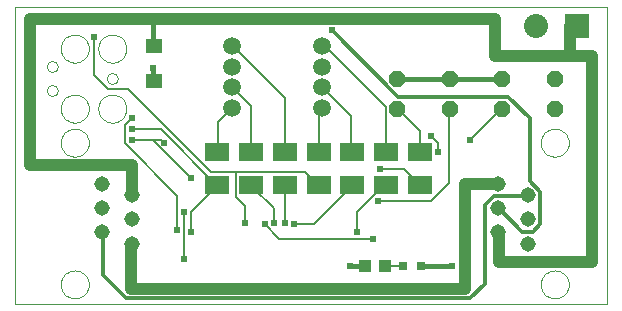
<source format=gtl>
G75*
G70*
%OFA0B0*%
%FSLAX24Y24*%
%IPPOS*%
%LPD*%
%AMOC8*
5,1,8,0,0,1.08239X$1,22.5*
%
%ADD10C,0.0000*%
%ADD11OC8,0.0520*%
%ADD12R,0.0800X0.0800*%
%ADD13C,0.0800*%
%ADD14C,0.0515*%
%ADD15C,0.0594*%
%ADD16R,0.0787X0.0630*%
%ADD17R,0.0433X0.0394*%
%ADD18R,0.0315X0.0315*%
%ADD19R,0.0551X0.0472*%
%ADD20C,0.0180*%
%ADD21C,0.0240*%
%ADD22C,0.0080*%
%ADD23C,0.0120*%
%ADD24C,0.0400*%
%ADD25C,0.0100*%
D10*
X000483Y000350D02*
X000483Y010221D01*
X020228Y010221D01*
X020228Y000350D01*
X000483Y000350D01*
X002018Y000988D02*
X002020Y001031D01*
X002026Y001073D01*
X002036Y001115D01*
X002049Y001156D01*
X002067Y001195D01*
X002088Y001233D01*
X002112Y001268D01*
X002139Y001301D01*
X002170Y001332D01*
X002203Y001359D01*
X002238Y001383D01*
X002276Y001404D01*
X002315Y001422D01*
X002356Y001435D01*
X002398Y001445D01*
X002440Y001451D01*
X002483Y001453D01*
X002526Y001451D01*
X002568Y001445D01*
X002610Y001435D01*
X002651Y001422D01*
X002690Y001404D01*
X002728Y001383D01*
X002763Y001359D01*
X002796Y001332D01*
X002827Y001301D01*
X002854Y001268D01*
X002878Y001233D01*
X002899Y001195D01*
X002917Y001156D01*
X002930Y001115D01*
X002940Y001073D01*
X002946Y001031D01*
X002948Y000988D01*
X002946Y000945D01*
X002940Y000903D01*
X002930Y000861D01*
X002917Y000820D01*
X002899Y000781D01*
X002878Y000743D01*
X002854Y000708D01*
X002827Y000675D01*
X002796Y000644D01*
X002763Y000617D01*
X002728Y000593D01*
X002690Y000572D01*
X002651Y000554D01*
X002610Y000541D01*
X002568Y000531D01*
X002526Y000525D01*
X002483Y000523D01*
X002440Y000525D01*
X002398Y000531D01*
X002356Y000541D01*
X002315Y000554D01*
X002276Y000572D01*
X002238Y000593D01*
X002203Y000617D01*
X002170Y000644D01*
X002139Y000675D01*
X002112Y000708D01*
X002088Y000743D01*
X002067Y000781D01*
X002049Y000820D01*
X002036Y000861D01*
X002026Y000903D01*
X002020Y000945D01*
X002018Y000988D01*
X002018Y005712D02*
X002020Y005755D01*
X002026Y005797D01*
X002036Y005839D01*
X002049Y005880D01*
X002067Y005919D01*
X002088Y005957D01*
X002112Y005992D01*
X002139Y006025D01*
X002170Y006056D01*
X002203Y006083D01*
X002238Y006107D01*
X002276Y006128D01*
X002315Y006146D01*
X002356Y006159D01*
X002398Y006169D01*
X002440Y006175D01*
X002483Y006177D01*
X002526Y006175D01*
X002568Y006169D01*
X002610Y006159D01*
X002651Y006146D01*
X002690Y006128D01*
X002728Y006107D01*
X002763Y006083D01*
X002796Y006056D01*
X002827Y006025D01*
X002854Y005992D01*
X002878Y005957D01*
X002899Y005919D01*
X002917Y005880D01*
X002930Y005839D01*
X002940Y005797D01*
X002946Y005755D01*
X002948Y005712D01*
X002946Y005669D01*
X002940Y005627D01*
X002930Y005585D01*
X002917Y005544D01*
X002899Y005505D01*
X002878Y005467D01*
X002854Y005432D01*
X002827Y005399D01*
X002796Y005368D01*
X002763Y005341D01*
X002728Y005317D01*
X002690Y005296D01*
X002651Y005278D01*
X002610Y005265D01*
X002568Y005255D01*
X002526Y005249D01*
X002483Y005247D01*
X002440Y005249D01*
X002398Y005255D01*
X002356Y005265D01*
X002315Y005278D01*
X002276Y005296D01*
X002238Y005317D01*
X002203Y005341D01*
X002170Y005368D01*
X002139Y005399D01*
X002112Y005432D01*
X002088Y005467D01*
X002067Y005505D01*
X002049Y005544D01*
X002036Y005585D01*
X002026Y005627D01*
X002020Y005669D01*
X002018Y005712D01*
X002016Y006850D02*
X002018Y006893D01*
X002024Y006936D01*
X002034Y006978D01*
X002048Y007019D01*
X002065Y007058D01*
X002086Y007096D01*
X002110Y007131D01*
X002138Y007165D01*
X002168Y007195D01*
X002202Y007223D01*
X002237Y007247D01*
X002275Y007268D01*
X002314Y007285D01*
X002355Y007299D01*
X002397Y007309D01*
X002440Y007315D01*
X002483Y007317D01*
X002526Y007315D01*
X002569Y007309D01*
X002611Y007299D01*
X002652Y007285D01*
X002691Y007268D01*
X002729Y007247D01*
X002764Y007223D01*
X002798Y007195D01*
X002828Y007165D01*
X002856Y007131D01*
X002880Y007096D01*
X002901Y007058D01*
X002918Y007019D01*
X002932Y006978D01*
X002942Y006936D01*
X002948Y006893D01*
X002950Y006850D01*
X002948Y006807D01*
X002942Y006764D01*
X002932Y006722D01*
X002918Y006681D01*
X002901Y006642D01*
X002880Y006604D01*
X002856Y006569D01*
X002828Y006535D01*
X002798Y006505D01*
X002764Y006477D01*
X002729Y006453D01*
X002691Y006432D01*
X002652Y006415D01*
X002611Y006401D01*
X002569Y006391D01*
X002526Y006385D01*
X002483Y006383D01*
X002440Y006385D01*
X002397Y006391D01*
X002355Y006401D01*
X002314Y006415D01*
X002275Y006432D01*
X002237Y006453D01*
X002202Y006477D01*
X002168Y006505D01*
X002138Y006535D01*
X002110Y006569D01*
X002086Y006604D01*
X002065Y006642D01*
X002048Y006681D01*
X002034Y006722D01*
X002024Y006764D01*
X002018Y006807D01*
X002016Y006850D01*
X001558Y007450D02*
X001560Y007476D01*
X001566Y007502D01*
X001575Y007526D01*
X001588Y007549D01*
X001605Y007569D01*
X001624Y007587D01*
X001646Y007602D01*
X001669Y007613D01*
X001694Y007621D01*
X001720Y007625D01*
X001746Y007625D01*
X001772Y007621D01*
X001797Y007613D01*
X001821Y007602D01*
X001842Y007587D01*
X001861Y007569D01*
X001878Y007549D01*
X001891Y007526D01*
X001900Y007502D01*
X001906Y007476D01*
X001908Y007450D01*
X001906Y007424D01*
X001900Y007398D01*
X001891Y007374D01*
X001878Y007351D01*
X001861Y007331D01*
X001842Y007313D01*
X001820Y007298D01*
X001797Y007287D01*
X001772Y007279D01*
X001746Y007275D01*
X001720Y007275D01*
X001694Y007279D01*
X001669Y007287D01*
X001645Y007298D01*
X001624Y007313D01*
X001605Y007331D01*
X001588Y007351D01*
X001575Y007374D01*
X001566Y007398D01*
X001560Y007424D01*
X001558Y007450D01*
X001558Y008250D02*
X001560Y008276D01*
X001566Y008302D01*
X001575Y008326D01*
X001588Y008349D01*
X001605Y008369D01*
X001624Y008387D01*
X001646Y008402D01*
X001669Y008413D01*
X001694Y008421D01*
X001720Y008425D01*
X001746Y008425D01*
X001772Y008421D01*
X001797Y008413D01*
X001821Y008402D01*
X001842Y008387D01*
X001861Y008369D01*
X001878Y008349D01*
X001891Y008326D01*
X001900Y008302D01*
X001906Y008276D01*
X001908Y008250D01*
X001906Y008224D01*
X001900Y008198D01*
X001891Y008174D01*
X001878Y008151D01*
X001861Y008131D01*
X001842Y008113D01*
X001820Y008098D01*
X001797Y008087D01*
X001772Y008079D01*
X001746Y008075D01*
X001720Y008075D01*
X001694Y008079D01*
X001669Y008087D01*
X001645Y008098D01*
X001624Y008113D01*
X001605Y008131D01*
X001588Y008151D01*
X001575Y008174D01*
X001566Y008198D01*
X001560Y008224D01*
X001558Y008250D01*
X002016Y008850D02*
X002018Y008893D01*
X002024Y008936D01*
X002034Y008978D01*
X002048Y009019D01*
X002065Y009058D01*
X002086Y009096D01*
X002110Y009131D01*
X002138Y009165D01*
X002168Y009195D01*
X002202Y009223D01*
X002237Y009247D01*
X002275Y009268D01*
X002314Y009285D01*
X002355Y009299D01*
X002397Y009309D01*
X002440Y009315D01*
X002483Y009317D01*
X002526Y009315D01*
X002569Y009309D01*
X002611Y009299D01*
X002652Y009285D01*
X002691Y009268D01*
X002729Y009247D01*
X002764Y009223D01*
X002798Y009195D01*
X002828Y009165D01*
X002856Y009131D01*
X002880Y009096D01*
X002901Y009058D01*
X002918Y009019D01*
X002932Y008978D01*
X002942Y008936D01*
X002948Y008893D01*
X002950Y008850D01*
X002948Y008807D01*
X002942Y008764D01*
X002932Y008722D01*
X002918Y008681D01*
X002901Y008642D01*
X002880Y008604D01*
X002856Y008569D01*
X002828Y008535D01*
X002798Y008505D01*
X002764Y008477D01*
X002729Y008453D01*
X002691Y008432D01*
X002652Y008415D01*
X002611Y008401D01*
X002569Y008391D01*
X002526Y008385D01*
X002483Y008383D01*
X002440Y008385D01*
X002397Y008391D01*
X002355Y008401D01*
X002314Y008415D01*
X002275Y008432D01*
X002237Y008453D01*
X002202Y008477D01*
X002168Y008505D01*
X002138Y008535D01*
X002110Y008569D01*
X002086Y008604D01*
X002065Y008642D01*
X002048Y008681D01*
X002034Y008722D01*
X002024Y008764D01*
X002018Y008807D01*
X002016Y008850D01*
X003266Y008850D02*
X003268Y008893D01*
X003274Y008936D01*
X003284Y008978D01*
X003298Y009019D01*
X003315Y009058D01*
X003336Y009096D01*
X003360Y009131D01*
X003388Y009165D01*
X003418Y009195D01*
X003452Y009223D01*
X003487Y009247D01*
X003525Y009268D01*
X003564Y009285D01*
X003605Y009299D01*
X003647Y009309D01*
X003690Y009315D01*
X003733Y009317D01*
X003776Y009315D01*
X003819Y009309D01*
X003861Y009299D01*
X003902Y009285D01*
X003941Y009268D01*
X003979Y009247D01*
X004014Y009223D01*
X004048Y009195D01*
X004078Y009165D01*
X004106Y009131D01*
X004130Y009096D01*
X004151Y009058D01*
X004168Y009019D01*
X004182Y008978D01*
X004192Y008936D01*
X004198Y008893D01*
X004200Y008850D01*
X004198Y008807D01*
X004192Y008764D01*
X004182Y008722D01*
X004168Y008681D01*
X004151Y008642D01*
X004130Y008604D01*
X004106Y008569D01*
X004078Y008535D01*
X004048Y008505D01*
X004014Y008477D01*
X003979Y008453D01*
X003941Y008432D01*
X003902Y008415D01*
X003861Y008401D01*
X003819Y008391D01*
X003776Y008385D01*
X003733Y008383D01*
X003690Y008385D01*
X003647Y008391D01*
X003605Y008401D01*
X003564Y008415D01*
X003525Y008432D01*
X003487Y008453D01*
X003452Y008477D01*
X003418Y008505D01*
X003388Y008535D01*
X003360Y008569D01*
X003336Y008604D01*
X003315Y008642D01*
X003298Y008681D01*
X003284Y008722D01*
X003274Y008764D01*
X003268Y008807D01*
X003266Y008850D01*
X003558Y007850D02*
X003560Y007876D01*
X003566Y007902D01*
X003575Y007926D01*
X003588Y007949D01*
X003605Y007969D01*
X003624Y007987D01*
X003646Y008002D01*
X003669Y008013D01*
X003694Y008021D01*
X003720Y008025D01*
X003746Y008025D01*
X003772Y008021D01*
X003797Y008013D01*
X003821Y008002D01*
X003842Y007987D01*
X003861Y007969D01*
X003878Y007949D01*
X003891Y007926D01*
X003900Y007902D01*
X003906Y007876D01*
X003908Y007850D01*
X003906Y007824D01*
X003900Y007798D01*
X003891Y007774D01*
X003878Y007751D01*
X003861Y007731D01*
X003842Y007713D01*
X003820Y007698D01*
X003797Y007687D01*
X003772Y007679D01*
X003746Y007675D01*
X003720Y007675D01*
X003694Y007679D01*
X003669Y007687D01*
X003645Y007698D01*
X003624Y007713D01*
X003605Y007731D01*
X003588Y007751D01*
X003575Y007774D01*
X003566Y007798D01*
X003560Y007824D01*
X003558Y007850D01*
X003266Y006850D02*
X003268Y006893D01*
X003274Y006936D01*
X003284Y006978D01*
X003298Y007019D01*
X003315Y007058D01*
X003336Y007096D01*
X003360Y007131D01*
X003388Y007165D01*
X003418Y007195D01*
X003452Y007223D01*
X003487Y007247D01*
X003525Y007268D01*
X003564Y007285D01*
X003605Y007299D01*
X003647Y007309D01*
X003690Y007315D01*
X003733Y007317D01*
X003776Y007315D01*
X003819Y007309D01*
X003861Y007299D01*
X003902Y007285D01*
X003941Y007268D01*
X003979Y007247D01*
X004014Y007223D01*
X004048Y007195D01*
X004078Y007165D01*
X004106Y007131D01*
X004130Y007096D01*
X004151Y007058D01*
X004168Y007019D01*
X004182Y006978D01*
X004192Y006936D01*
X004198Y006893D01*
X004200Y006850D01*
X004198Y006807D01*
X004192Y006764D01*
X004182Y006722D01*
X004168Y006681D01*
X004151Y006642D01*
X004130Y006604D01*
X004106Y006569D01*
X004078Y006535D01*
X004048Y006505D01*
X004014Y006477D01*
X003979Y006453D01*
X003941Y006432D01*
X003902Y006415D01*
X003861Y006401D01*
X003819Y006391D01*
X003776Y006385D01*
X003733Y006383D01*
X003690Y006385D01*
X003647Y006391D01*
X003605Y006401D01*
X003564Y006415D01*
X003525Y006432D01*
X003487Y006453D01*
X003452Y006477D01*
X003418Y006505D01*
X003388Y006535D01*
X003360Y006569D01*
X003336Y006604D01*
X003315Y006642D01*
X003298Y006681D01*
X003284Y006722D01*
X003274Y006764D01*
X003268Y006807D01*
X003266Y006850D01*
X018018Y005712D02*
X018020Y005755D01*
X018026Y005797D01*
X018036Y005839D01*
X018049Y005880D01*
X018067Y005919D01*
X018088Y005957D01*
X018112Y005992D01*
X018139Y006025D01*
X018170Y006056D01*
X018203Y006083D01*
X018238Y006107D01*
X018276Y006128D01*
X018315Y006146D01*
X018356Y006159D01*
X018398Y006169D01*
X018440Y006175D01*
X018483Y006177D01*
X018526Y006175D01*
X018568Y006169D01*
X018610Y006159D01*
X018651Y006146D01*
X018690Y006128D01*
X018728Y006107D01*
X018763Y006083D01*
X018796Y006056D01*
X018827Y006025D01*
X018854Y005992D01*
X018878Y005957D01*
X018899Y005919D01*
X018917Y005880D01*
X018930Y005839D01*
X018940Y005797D01*
X018946Y005755D01*
X018948Y005712D01*
X018946Y005669D01*
X018940Y005627D01*
X018930Y005585D01*
X018917Y005544D01*
X018899Y005505D01*
X018878Y005467D01*
X018854Y005432D01*
X018827Y005399D01*
X018796Y005368D01*
X018763Y005341D01*
X018728Y005317D01*
X018690Y005296D01*
X018651Y005278D01*
X018610Y005265D01*
X018568Y005255D01*
X018526Y005249D01*
X018483Y005247D01*
X018440Y005249D01*
X018398Y005255D01*
X018356Y005265D01*
X018315Y005278D01*
X018276Y005296D01*
X018238Y005317D01*
X018203Y005341D01*
X018170Y005368D01*
X018139Y005399D01*
X018112Y005432D01*
X018088Y005467D01*
X018067Y005505D01*
X018049Y005544D01*
X018036Y005585D01*
X018026Y005627D01*
X018020Y005669D01*
X018018Y005712D01*
X018018Y000988D02*
X018020Y001031D01*
X018026Y001073D01*
X018036Y001115D01*
X018049Y001156D01*
X018067Y001195D01*
X018088Y001233D01*
X018112Y001268D01*
X018139Y001301D01*
X018170Y001332D01*
X018203Y001359D01*
X018238Y001383D01*
X018276Y001404D01*
X018315Y001422D01*
X018356Y001435D01*
X018398Y001445D01*
X018440Y001451D01*
X018483Y001453D01*
X018526Y001451D01*
X018568Y001445D01*
X018610Y001435D01*
X018651Y001422D01*
X018690Y001404D01*
X018728Y001383D01*
X018763Y001359D01*
X018796Y001332D01*
X018827Y001301D01*
X018854Y001268D01*
X018878Y001233D01*
X018899Y001195D01*
X018917Y001156D01*
X018930Y001115D01*
X018940Y001073D01*
X018946Y001031D01*
X018948Y000988D01*
X018946Y000945D01*
X018940Y000903D01*
X018930Y000861D01*
X018917Y000820D01*
X018899Y000781D01*
X018878Y000743D01*
X018854Y000708D01*
X018827Y000675D01*
X018796Y000644D01*
X018763Y000617D01*
X018728Y000593D01*
X018690Y000572D01*
X018651Y000554D01*
X018610Y000541D01*
X018568Y000531D01*
X018526Y000525D01*
X018483Y000523D01*
X018440Y000525D01*
X018398Y000531D01*
X018356Y000541D01*
X018315Y000554D01*
X018276Y000572D01*
X018238Y000593D01*
X018203Y000617D01*
X018170Y000644D01*
X018139Y000675D01*
X018112Y000708D01*
X018088Y000743D01*
X018067Y000781D01*
X018049Y000820D01*
X018036Y000861D01*
X018026Y000903D01*
X018020Y000945D01*
X018018Y000988D01*
D11*
X018483Y006850D03*
X018483Y007850D03*
X016733Y007850D03*
X014983Y007850D03*
X013233Y007850D03*
X013233Y006850D03*
X014983Y006850D03*
X016733Y006850D03*
D12*
X019233Y009600D03*
D13*
X017855Y009600D03*
D14*
X016577Y004350D03*
X017577Y003956D03*
X016577Y003547D03*
X017577Y003153D03*
X016577Y002744D03*
X017577Y002350D03*
X004388Y002350D03*
X003388Y002744D03*
X004388Y003153D03*
X003388Y003547D03*
X004388Y003956D03*
X003388Y004350D03*
D15*
X007733Y006869D03*
X007733Y007556D03*
X007733Y008244D03*
X007733Y008931D03*
X010733Y008931D03*
X010733Y008244D03*
X010733Y007556D03*
X010733Y006869D03*
D16*
X010608Y005401D03*
X011733Y005401D03*
X012858Y005401D03*
X013983Y005401D03*
X013983Y004299D03*
X012858Y004299D03*
X011733Y004299D03*
X010608Y004299D03*
X009483Y004299D03*
X008358Y004299D03*
X007233Y004299D03*
X007233Y005401D03*
X008358Y005401D03*
X009483Y005401D03*
D17*
X012148Y001600D03*
X012817Y001600D03*
D18*
X013437Y001600D03*
X014028Y001600D03*
D19*
X005108Y007759D03*
X005108Y008941D03*
D20*
X005103Y008990D01*
X005103Y009850D01*
X005103Y008210D02*
X005103Y007790D01*
X005108Y007759D01*
X013233Y007850D02*
X014983Y007850D01*
X016733Y007850D01*
X015063Y001610D02*
X014043Y001610D01*
X014028Y001600D01*
X012148Y001600D02*
X012123Y001610D01*
X011643Y001610D01*
D21*
X011643Y001610D03*
X012423Y002510D03*
X011883Y002750D03*
X012603Y003770D03*
X012663Y004850D03*
X014583Y005390D03*
X014343Y005930D03*
X015663Y005810D03*
X009783Y002990D03*
X009483Y003050D03*
X009123Y003050D03*
X008823Y002990D03*
X008163Y003050D03*
X006363Y002750D03*
X005883Y002810D03*
X006123Y003410D03*
X006363Y004550D03*
X005463Y005690D03*
X004383Y005810D03*
X004383Y006170D03*
X004383Y006530D03*
X005103Y008210D03*
X003123Y009230D03*
X011043Y009470D03*
X006123Y001850D03*
X015063Y001610D03*
D22*
X013383Y001610D02*
X012843Y001610D01*
X012423Y002510D02*
X009303Y002510D01*
X008823Y002990D01*
X009123Y003050D02*
X009123Y003530D01*
X008403Y004250D01*
X008358Y004299D01*
X007863Y003890D02*
X007863Y004730D01*
X007023Y004730D01*
X004263Y007490D01*
X003603Y007490D01*
X003123Y007970D01*
X003123Y009230D01*
X007733Y008931D02*
X007743Y008930D01*
X009483Y007190D01*
X009483Y005401D01*
X010608Y005401D02*
X010623Y005450D01*
X010623Y006770D01*
X010683Y006830D01*
X010733Y006869D01*
X010743Y007550D02*
X011703Y006590D01*
X011703Y005450D01*
X011733Y005401D01*
X012663Y004850D02*
X013443Y004850D01*
X013983Y004310D01*
X013983Y004299D01*
X014343Y003770D02*
X014943Y004370D01*
X014943Y006830D01*
X014983Y006850D01*
X013983Y006110D02*
X013263Y006830D01*
X013233Y006850D01*
X012843Y006890D02*
X010743Y008990D01*
X010733Y008931D01*
X010733Y007556D02*
X010743Y007550D01*
X012843Y006890D02*
X012843Y005450D01*
X012858Y005401D01*
X013983Y005401D02*
X013983Y006110D01*
X014343Y005930D02*
X014583Y005690D01*
X014583Y005390D01*
X015663Y005810D02*
X016683Y006830D01*
X016733Y006850D01*
X012858Y004299D02*
X012843Y004250D01*
X012723Y004250D01*
X011883Y003410D01*
X011883Y002750D01*
X010443Y002990D02*
X011703Y004250D01*
X011733Y004299D01*
X012603Y003770D02*
X014343Y003770D01*
X010608Y004299D02*
X010563Y004310D01*
X010143Y004730D01*
X007863Y004730D01*
X007233Y004299D02*
X007203Y004310D01*
X005343Y006170D01*
X004383Y006170D01*
X004143Y006290D02*
X004143Y005690D01*
X005883Y003950D01*
X005883Y002810D01*
X006363Y002750D02*
X006363Y003410D01*
X007203Y004250D01*
X007233Y004299D01*
X007863Y003890D02*
X008163Y003590D01*
X008163Y003050D01*
X009483Y003050D02*
X009483Y004299D01*
X008358Y005401D02*
X008343Y005450D01*
X008343Y006950D01*
X007743Y007550D01*
X007733Y007556D01*
X007733Y006869D02*
X007683Y006830D01*
X007263Y006410D01*
X007263Y005450D01*
X007233Y005401D01*
X006363Y004550D02*
X005103Y005810D01*
X004383Y005810D01*
X004143Y006290D02*
X004383Y006530D01*
X005103Y005810D02*
X005343Y005810D01*
X005463Y005690D01*
X006123Y003410D02*
X006123Y001850D01*
X009783Y002990D02*
X010443Y002990D01*
D23*
X015663Y000530D02*
X016143Y001010D01*
X016143Y003650D01*
X016443Y003950D01*
X017523Y003950D01*
X017577Y003956D01*
X018003Y004070D02*
X018003Y002990D01*
X017763Y002750D01*
X017403Y002750D01*
X016623Y003530D01*
X016577Y003547D01*
X017643Y004430D02*
X018003Y004070D01*
X017643Y004430D02*
X017643Y006530D01*
X016923Y007250D01*
X013263Y007250D01*
X011043Y009470D01*
X003388Y002744D02*
X003423Y002690D01*
X003423Y001310D01*
X004203Y000530D01*
X015663Y000530D01*
D24*
X015483Y000850D02*
X015483Y004350D01*
X016577Y004350D01*
X016577Y002744D02*
X016608Y002744D01*
X016608Y001725D01*
X019733Y001725D01*
X019733Y008600D01*
X018983Y008600D01*
X018983Y009600D01*
X019233Y009600D01*
X018983Y008600D02*
X016483Y008600D01*
X016483Y009850D01*
X005103Y009850D01*
X000983Y009850D01*
X000983Y004975D01*
X004388Y004975D01*
X004388Y003956D01*
X004388Y002350D02*
X004358Y002350D01*
X004358Y000850D01*
X015483Y000850D01*
D25*
X013437Y001600D02*
X013383Y001610D01*
X012843Y001610D02*
X012817Y001600D01*
M02*

</source>
